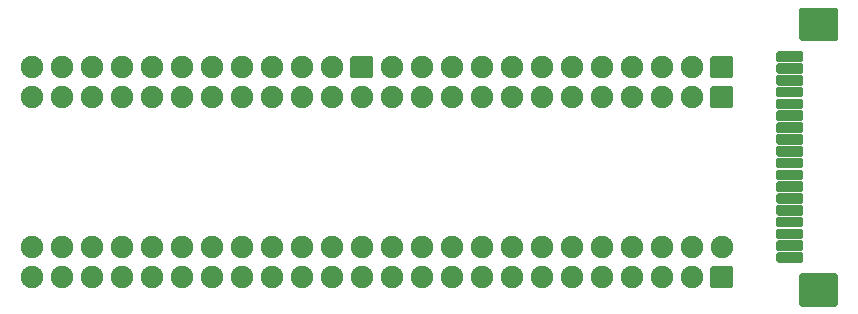
<source format=gbr>
G04 #@! TF.GenerationSoftware,KiCad,Pcbnew,(5.1.9)-1*
G04 #@! TF.CreationDate,2021-05-08T11:49:02+01:00*
G04 #@! TF.ProjectId,RGBtoHDMI Amiga Denise DIP Breakout FFC,52474274-6f48-4444-9d49-20416d696761,v2++ Rev 2*
G04 #@! TF.SameCoordinates,Original*
G04 #@! TF.FileFunction,Soldermask,Top*
G04 #@! TF.FilePolarity,Negative*
%FSLAX46Y46*%
G04 Gerber Fmt 4.6, Leading zero omitted, Abs format (unit mm)*
G04 Created by KiCad (PCBNEW (5.1.9)-1) date 2021-05-08 11:49:02*
%MOMM*%
%LPD*%
G01*
G04 APERTURE LIST*
%ADD10O,1.900000X1.900000*%
G04 APERTURE END LIST*
G36*
G01*
X171635000Y-88215000D02*
X168635000Y-88215000D01*
G75*
G02*
X168485000Y-88065000I0J150000D01*
G01*
X168485000Y-85565000D01*
G75*
G02*
X168635000Y-85415000I150000J0D01*
G01*
X171635000Y-85415000D01*
G75*
G02*
X171785000Y-85565000I0J-150000D01*
G01*
X171785000Y-88065000D01*
G75*
G02*
X171635000Y-88215000I-150000J0D01*
G01*
G37*
G36*
G01*
X171635000Y-65715000D02*
X168635000Y-65715000D01*
G75*
G02*
X168485000Y-65565000I0J150000D01*
G01*
X168485000Y-63065000D01*
G75*
G02*
X168635000Y-62915000I150000J0D01*
G01*
X171635000Y-62915000D01*
G75*
G02*
X171785000Y-63065000I0J-150000D01*
G01*
X171785000Y-65565000D01*
G75*
G02*
X171635000Y-65715000I-150000J0D01*
G01*
G37*
G36*
G01*
X168685000Y-67515000D02*
X166685000Y-67515000D01*
G75*
G02*
X166535000Y-67365000I0J150000D01*
G01*
X166535000Y-66765000D01*
G75*
G02*
X166685000Y-66615000I150000J0D01*
G01*
X168685000Y-66615000D01*
G75*
G02*
X168835000Y-66765000I0J-150000D01*
G01*
X168835000Y-67365000D01*
G75*
G02*
X168685000Y-67515000I-150000J0D01*
G01*
G37*
G36*
G01*
X168685000Y-68515000D02*
X166685000Y-68515000D01*
G75*
G02*
X166535000Y-68365000I0J150000D01*
G01*
X166535000Y-67765000D01*
G75*
G02*
X166685000Y-67615000I150000J0D01*
G01*
X168685000Y-67615000D01*
G75*
G02*
X168835000Y-67765000I0J-150000D01*
G01*
X168835000Y-68365000D01*
G75*
G02*
X168685000Y-68515000I-150000J0D01*
G01*
G37*
G36*
G01*
X168685000Y-69515000D02*
X166685000Y-69515000D01*
G75*
G02*
X166535000Y-69365000I0J150000D01*
G01*
X166535000Y-68765000D01*
G75*
G02*
X166685000Y-68615000I150000J0D01*
G01*
X168685000Y-68615000D01*
G75*
G02*
X168835000Y-68765000I0J-150000D01*
G01*
X168835000Y-69365000D01*
G75*
G02*
X168685000Y-69515000I-150000J0D01*
G01*
G37*
G36*
G01*
X168685000Y-70515000D02*
X166685000Y-70515000D01*
G75*
G02*
X166535000Y-70365000I0J150000D01*
G01*
X166535000Y-69765000D01*
G75*
G02*
X166685000Y-69615000I150000J0D01*
G01*
X168685000Y-69615000D01*
G75*
G02*
X168835000Y-69765000I0J-150000D01*
G01*
X168835000Y-70365000D01*
G75*
G02*
X168685000Y-70515000I-150000J0D01*
G01*
G37*
G36*
G01*
X168685000Y-71515000D02*
X166685000Y-71515000D01*
G75*
G02*
X166535000Y-71365000I0J150000D01*
G01*
X166535000Y-70765000D01*
G75*
G02*
X166685000Y-70615000I150000J0D01*
G01*
X168685000Y-70615000D01*
G75*
G02*
X168835000Y-70765000I0J-150000D01*
G01*
X168835000Y-71365000D01*
G75*
G02*
X168685000Y-71515000I-150000J0D01*
G01*
G37*
G36*
G01*
X168685000Y-72515000D02*
X166685000Y-72515000D01*
G75*
G02*
X166535000Y-72365000I0J150000D01*
G01*
X166535000Y-71765000D01*
G75*
G02*
X166685000Y-71615000I150000J0D01*
G01*
X168685000Y-71615000D01*
G75*
G02*
X168835000Y-71765000I0J-150000D01*
G01*
X168835000Y-72365000D01*
G75*
G02*
X168685000Y-72515000I-150000J0D01*
G01*
G37*
G36*
G01*
X168685000Y-73515000D02*
X166685000Y-73515000D01*
G75*
G02*
X166535000Y-73365000I0J150000D01*
G01*
X166535000Y-72765000D01*
G75*
G02*
X166685000Y-72615000I150000J0D01*
G01*
X168685000Y-72615000D01*
G75*
G02*
X168835000Y-72765000I0J-150000D01*
G01*
X168835000Y-73365000D01*
G75*
G02*
X168685000Y-73515000I-150000J0D01*
G01*
G37*
G36*
G01*
X168685000Y-74515000D02*
X166685000Y-74515000D01*
G75*
G02*
X166535000Y-74365000I0J150000D01*
G01*
X166535000Y-73765000D01*
G75*
G02*
X166685000Y-73615000I150000J0D01*
G01*
X168685000Y-73615000D01*
G75*
G02*
X168835000Y-73765000I0J-150000D01*
G01*
X168835000Y-74365000D01*
G75*
G02*
X168685000Y-74515000I-150000J0D01*
G01*
G37*
G36*
G01*
X168685000Y-75515000D02*
X166685000Y-75515000D01*
G75*
G02*
X166535000Y-75365000I0J150000D01*
G01*
X166535000Y-74765000D01*
G75*
G02*
X166685000Y-74615000I150000J0D01*
G01*
X168685000Y-74615000D01*
G75*
G02*
X168835000Y-74765000I0J-150000D01*
G01*
X168835000Y-75365000D01*
G75*
G02*
X168685000Y-75515000I-150000J0D01*
G01*
G37*
G36*
G01*
X168685000Y-76515000D02*
X166685000Y-76515000D01*
G75*
G02*
X166535000Y-76365000I0J150000D01*
G01*
X166535000Y-75765000D01*
G75*
G02*
X166685000Y-75615000I150000J0D01*
G01*
X168685000Y-75615000D01*
G75*
G02*
X168835000Y-75765000I0J-150000D01*
G01*
X168835000Y-76365000D01*
G75*
G02*
X168685000Y-76515000I-150000J0D01*
G01*
G37*
G36*
G01*
X168685000Y-77515000D02*
X166685000Y-77515000D01*
G75*
G02*
X166535000Y-77365000I0J150000D01*
G01*
X166535000Y-76765000D01*
G75*
G02*
X166685000Y-76615000I150000J0D01*
G01*
X168685000Y-76615000D01*
G75*
G02*
X168835000Y-76765000I0J-150000D01*
G01*
X168835000Y-77365000D01*
G75*
G02*
X168685000Y-77515000I-150000J0D01*
G01*
G37*
G36*
G01*
X168685000Y-78515000D02*
X166685000Y-78515000D01*
G75*
G02*
X166535000Y-78365000I0J150000D01*
G01*
X166535000Y-77765000D01*
G75*
G02*
X166685000Y-77615000I150000J0D01*
G01*
X168685000Y-77615000D01*
G75*
G02*
X168835000Y-77765000I0J-150000D01*
G01*
X168835000Y-78365000D01*
G75*
G02*
X168685000Y-78515000I-150000J0D01*
G01*
G37*
G36*
G01*
X168685000Y-79515000D02*
X166685000Y-79515000D01*
G75*
G02*
X166535000Y-79365000I0J150000D01*
G01*
X166535000Y-78765000D01*
G75*
G02*
X166685000Y-78615000I150000J0D01*
G01*
X168685000Y-78615000D01*
G75*
G02*
X168835000Y-78765000I0J-150000D01*
G01*
X168835000Y-79365000D01*
G75*
G02*
X168685000Y-79515000I-150000J0D01*
G01*
G37*
G36*
G01*
X168685000Y-80515000D02*
X166685000Y-80515000D01*
G75*
G02*
X166535000Y-80365000I0J150000D01*
G01*
X166535000Y-79765000D01*
G75*
G02*
X166685000Y-79615000I150000J0D01*
G01*
X168685000Y-79615000D01*
G75*
G02*
X168835000Y-79765000I0J-150000D01*
G01*
X168835000Y-80365000D01*
G75*
G02*
X168685000Y-80515000I-150000J0D01*
G01*
G37*
G36*
G01*
X168685000Y-81515000D02*
X166685000Y-81515000D01*
G75*
G02*
X166535000Y-81365000I0J150000D01*
G01*
X166535000Y-80765000D01*
G75*
G02*
X166685000Y-80615000I150000J0D01*
G01*
X168685000Y-80615000D01*
G75*
G02*
X168835000Y-80765000I0J-150000D01*
G01*
X168835000Y-81365000D01*
G75*
G02*
X168685000Y-81515000I-150000J0D01*
G01*
G37*
G36*
G01*
X168685000Y-82515000D02*
X166685000Y-82515000D01*
G75*
G02*
X166535000Y-82365000I0J150000D01*
G01*
X166535000Y-81765000D01*
G75*
G02*
X166685000Y-81615000I150000J0D01*
G01*
X168685000Y-81615000D01*
G75*
G02*
X168835000Y-81765000I0J-150000D01*
G01*
X168835000Y-82365000D01*
G75*
G02*
X168685000Y-82515000I-150000J0D01*
G01*
G37*
G36*
G01*
X168685000Y-83515000D02*
X166685000Y-83515000D01*
G75*
G02*
X166535000Y-83365000I0J150000D01*
G01*
X166535000Y-82765000D01*
G75*
G02*
X166685000Y-82615000I150000J0D01*
G01*
X168685000Y-82615000D01*
G75*
G02*
X168835000Y-82765000I0J-150000D01*
G01*
X168835000Y-83365000D01*
G75*
G02*
X168685000Y-83515000I-150000J0D01*
G01*
G37*
G36*
G01*
X168685000Y-84515000D02*
X166685000Y-84515000D01*
G75*
G02*
X166535000Y-84365000I0J150000D01*
G01*
X166535000Y-83765000D01*
G75*
G02*
X166685000Y-83615000I150000J0D01*
G01*
X168685000Y-83615000D01*
G75*
G02*
X168835000Y-83765000I0J-150000D01*
G01*
X168835000Y-84365000D01*
G75*
G02*
X168685000Y-84515000I-150000J0D01*
G01*
G37*
D10*
X103505000Y-85725000D03*
X106045000Y-85725000D03*
X108585000Y-85725000D03*
X111125000Y-85725000D03*
X113665000Y-85725000D03*
X116205000Y-85725000D03*
X118745000Y-85725000D03*
X121285000Y-85725000D03*
X123825000Y-85725000D03*
X126365000Y-85725000D03*
X128905000Y-85725000D03*
X131445000Y-85725000D03*
X133985000Y-85725000D03*
X136525000Y-85725000D03*
X139065000Y-85725000D03*
X141605000Y-85725000D03*
X144145000Y-85725000D03*
X146685000Y-85725000D03*
X149225000Y-85725000D03*
X151765000Y-85725000D03*
X154305000Y-85725000D03*
X156845000Y-85725000D03*
X159385000Y-85725000D03*
G36*
G01*
X162725000Y-86675000D02*
X161125000Y-86675000D01*
G75*
G02*
X160975000Y-86525000I0J150000D01*
G01*
X160975000Y-84925000D01*
G75*
G02*
X161125000Y-84775000I150000J0D01*
G01*
X162725000Y-84775000D01*
G75*
G02*
X162875000Y-84925000I0J-150000D01*
G01*
X162875000Y-86525000D01*
G75*
G02*
X162725000Y-86675000I-150000J0D01*
G01*
G37*
X103505000Y-70485000D03*
X106045000Y-70485000D03*
X108585000Y-70485000D03*
X111125000Y-70485000D03*
X113665000Y-70485000D03*
X116205000Y-70485000D03*
X118745000Y-70485000D03*
X121285000Y-70485000D03*
X123825000Y-70485000D03*
X126365000Y-70485000D03*
X128905000Y-70485000D03*
X131445000Y-70485000D03*
X133985000Y-70485000D03*
X136525000Y-70485000D03*
X139065000Y-70485000D03*
X141605000Y-70485000D03*
X144145000Y-70485000D03*
X146685000Y-70485000D03*
X149225000Y-70485000D03*
X151765000Y-70485000D03*
X154305000Y-70485000D03*
X156845000Y-70485000D03*
X159385000Y-70485000D03*
G36*
G01*
X162725000Y-71435000D02*
X161125000Y-71435000D01*
G75*
G02*
X160975000Y-71285000I0J150000D01*
G01*
X160975000Y-69685000D01*
G75*
G02*
X161125000Y-69535000I150000J0D01*
G01*
X162725000Y-69535000D01*
G75*
G02*
X162875000Y-69685000I0J-150000D01*
G01*
X162875000Y-71285000D01*
G75*
G02*
X162725000Y-71435000I-150000J0D01*
G01*
G37*
G36*
G01*
X161125000Y-66995000D02*
X162725000Y-66995000D01*
G75*
G02*
X162875000Y-67145000I0J-150000D01*
G01*
X162875000Y-68745000D01*
G75*
G02*
X162725000Y-68895000I-150000J0D01*
G01*
X161125000Y-68895000D01*
G75*
G02*
X160975000Y-68745000I0J150000D01*
G01*
X160975000Y-67145000D01*
G75*
G02*
X161125000Y-66995000I150000J0D01*
G01*
G37*
X133985000Y-83185000D03*
X159385000Y-67945000D03*
X136525000Y-83185000D03*
X156845000Y-67945000D03*
X139065000Y-83185000D03*
X154305000Y-67945000D03*
X141605000Y-83185000D03*
X151765000Y-67945000D03*
X144145000Y-83185000D03*
X149225000Y-67945000D03*
X146685000Y-83185000D03*
X146685000Y-67945000D03*
X149225000Y-83185000D03*
X144145000Y-67945000D03*
X151765000Y-83185000D03*
X141605000Y-67945000D03*
X154305000Y-83185000D03*
X139065000Y-67945000D03*
X156845000Y-83185000D03*
X136525000Y-67945000D03*
X159385000Y-83185000D03*
X133985000Y-67945000D03*
X161925000Y-83185000D03*
G36*
G01*
X130645000Y-66995000D02*
X132245000Y-66995000D01*
G75*
G02*
X132395000Y-67145000I0J-150000D01*
G01*
X132395000Y-68745000D01*
G75*
G02*
X132245000Y-68895000I-150000J0D01*
G01*
X130645000Y-68895000D01*
G75*
G02*
X130495000Y-68745000I0J150000D01*
G01*
X130495000Y-67145000D01*
G75*
G02*
X130645000Y-66995000I150000J0D01*
G01*
G37*
X103505000Y-83185000D03*
X128905000Y-67945000D03*
X106045000Y-83185000D03*
X126365000Y-67945000D03*
X108585000Y-83185000D03*
X123825000Y-67945000D03*
X111125000Y-83185000D03*
X121285000Y-67945000D03*
X113665000Y-83185000D03*
X118745000Y-67945000D03*
X116205000Y-83185000D03*
X116205000Y-67945000D03*
X118745000Y-83185000D03*
X113665000Y-67945000D03*
X121285000Y-83185000D03*
X111125000Y-67945000D03*
X123825000Y-83185000D03*
X108585000Y-67945000D03*
X126365000Y-83185000D03*
X106045000Y-67945000D03*
X128905000Y-83185000D03*
X103505000Y-67945000D03*
X131445000Y-83185000D03*
M02*

</source>
